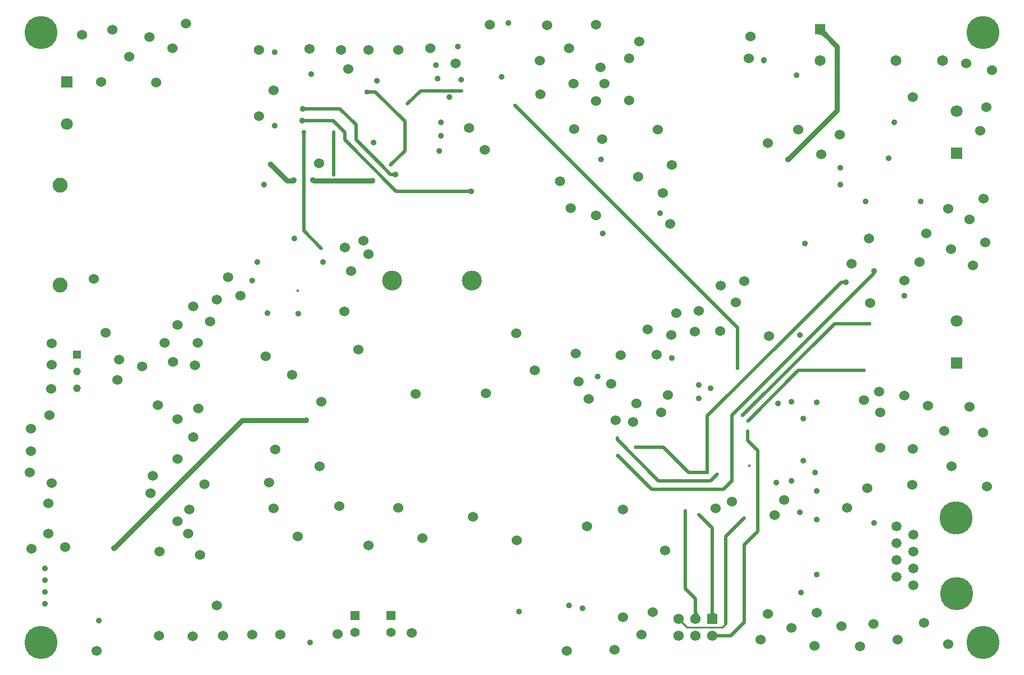
<source format=gbl>
%FSLAX23Y23*%
%MOIN*%
%SFA1B1*%

%IPPOS*%
%ADD13C,0.010000*%
%ADD83R,0.055120X0.055120*%
%ADD84C,0.055120*%
%ADD85R,0.061810X0.061810*%
%ADD86C,0.061810*%
%ADD96C,0.030000*%
%ADD101C,0.008000*%
%ADD102C,0.020000*%
%ADD105R,0.070870X0.070870*%
%ADD106C,0.070870*%
%ADD107C,0.064960*%
%ADD108R,0.064960X0.064960*%
%ADD109C,0.088580*%
%ADD110C,0.059060*%
%ADD111C,0.196850*%
%ADD112R,0.045980X0.045980*%
%ADD113C,0.045980*%
%ADD114C,0.118110*%
%ADD115C,0.035430*%
%ADD116C,0.060000*%
%ADD117C,0.017720*%
%ADD118C,0.023620*%
%ADD119C,0.030000*%
%LNpcb1-1*%
%LPD*%
G36*
X5130Y1357D02*
X5130Y1354D01*
X5130Y1352*
X5131Y1349*
X5131Y1346*
X5132Y1344*
X5134Y1341*
X5135Y1339*
X5137Y1336*
X5139Y1334*
X5141Y1332*
X5098*
X5100Y1334*
X5102Y1336*
X5104Y1339*
X5105Y1341*
X5107Y1344*
X5108Y1346*
X5108Y1349*
X5109Y1352*
X5109Y1354*
X5110Y1357*
X5130*
G37*
G36*
X5230Y1360D02*
X5230Y1356D01*
X5230Y1353*
X5230Y1350*
X5231Y1347*
X5232Y1345*
X5233Y1343*
X5234Y1342*
X5236Y1341*
X5238Y1340*
X5240Y1340*
X5200*
X5201Y1340*
X5203Y1341*
X5205Y1342*
X5206Y1343*
X5207Y1345*
X5208Y1347*
X5209Y1350*
X5209Y1353*
X5209Y1356*
X5210Y1360*
X5230*
G37*
G36*
X2785Y4179D02*
X2784Y4189D01*
X2805*
X2805Y4189*
X2805Y4188*
X2805Y4188*
X2805Y4186*
X2805Y4181*
X2805Y4179*
X2785*
G37*
G36*
X3763Y3861D02*
X3765Y3861D01*
X3770Y3861*
X3771Y3861*
X3772Y3862*
X3773Y3862*
X3774Y3862*
X3775Y3863*
X3776Y3863*
Y3838*
X3775Y3839*
X3774Y3839*
X3773Y3840*
X3772Y3840*
X3771Y3840*
X3770Y3840*
X3767Y3841*
X3763Y3841*
Y3861*
G37*
G36*
X2810Y4260D02*
X2808Y4259D01*
X2803Y4259*
X2801Y4259*
X2800Y4259*
X2799Y4258*
X2798Y4258*
X2798Y4258*
X2797Y4257*
Y4282*
X2798Y4281*
X2798Y4281*
X2799Y4281*
X2800Y4280*
X2801Y4280*
X2803Y4280*
X2806Y4280*
X2810Y4280*
Y4260*
G37*
G36*
X2815Y4330D02*
X2813Y4329D01*
X2808Y4329*
X2806Y4329*
X2805Y4329*
X2804Y4328*
X2803Y4328*
X2803Y4328*
X2802Y4327*
Y4352*
X2803Y4351*
X2803Y4351*
X2804Y4351*
X2805Y4350*
X2806Y4350*
X2808Y4350*
X2811Y4350*
X2815Y4350*
Y4330*
G37*
G36*
X3190Y4430D02*
X3180Y4429D01*
Y4450*
X3180Y4450*
X3181Y4450*
X3181Y4450*
X3183Y4450*
X3188Y4450*
X3190Y4450*
Y4430*
G37*
G36*
X5890Y4758D02*
X5884Y4764D01*
X5872Y4774*
X5868Y4777*
X5863Y4780*
X5859Y4781*
X5856Y4782*
X5852*
X5850Y4781*
X5847Y4780*
X5890Y4822*
X5888Y4820*
X5887Y4817*
Y4814*
X5888Y4810*
X5890Y4806*
X5892Y4802*
X5896Y4797*
X5900Y4792*
X5911Y4780*
X5890Y4758*
G37*
G54D13*
X5070Y1260D02*
X5280D01*
X5300Y1280*
X5020Y1310D02*
X5070Y1260D01*
G54D83*
X3100Y1328D03*
X3311Y1329D03*
G54D84*
X3100Y1230D03*
X3311Y1230D03*
G54D85*
X5220Y1310D03*
G54D86*
X5120Y1310D03*
X5020D03*
X5220Y1210D03*
X5120D03*
X5020D03*
G54D96*
X1670Y1730D02*
X2430Y2490D01*
X2810*
X2696Y3913D02*
X2733D01*
X2735Y3915*
X2600Y4010D02*
X2696Y3913D01*
X2850Y3915D02*
X2851Y3913D01*
X2963*
X5139Y2700D02*
X5140Y2700D01*
X5689Y2599D02*
X5690Y2599D01*
X2963Y3913D02*
X2982D01*
X2982Y3913D02*
X3203D01*
X3227Y4507D02*
X3230Y4510D01*
X5523Y4627D02*
X5525Y4628D01*
X6298Y4258D02*
X6300Y4260D01*
X5837Y2597D02*
X5840Y2600D01*
X5857Y4812D02*
X5960Y4710D01*
Y4330D02*
Y4710D01*
X5670Y4040D02*
X5960Y4330D01*
G54D101*
X3720Y4520D02*
X3727Y4512D01*
X2963Y3913D02*
X2963Y3913D01*
X2982D02*
X2982Y3913D01*
X6260Y4040D02*
X6265Y4045D01*
G54D102*
X5335Y2520D02*
X6177Y3362D01*
X5335Y2130D02*
Y2520D01*
X6177Y3362D02*
Y3377D01*
X5706Y3031D02*
X5985Y3310D01*
X6012*
X5190Y2180D02*
Y2515D01*
X5706Y3031*
X5300Y1280D02*
Y1800D01*
X5120Y1310D02*
Y1430D01*
X5060Y1490D02*
Y1954D01*
Y1490D02*
X5120Y1430D01*
X4900Y2130D02*
X5210D01*
X5250Y2170*
X4655Y2375D02*
X4900Y2130D01*
X5285Y2080D02*
X5335Y2130D01*
X4660Y2280D02*
X4860Y2080D01*
X5285*
X5080Y2180D02*
X5190D01*
X4930Y2330D02*
X5080Y2180D01*
X4765Y2330D02*
X4930D01*
X3105Y4155D02*
X3255Y4005D01*
X3105Y4155D02*
Y4245D01*
X3343Y3851D02*
X3788D01*
X3040Y4155D02*
X3343Y3851D01*
X3040Y4155D02*
Y4200D01*
X3310Y3950D02*
X3340D01*
X3255Y4005D02*
X3310Y3950D01*
Y4005D02*
X3395Y4090D01*
Y4225*
Y4265*
X3010Y4340D02*
X3105Y4245D01*
X2970Y4270D02*
X3040Y4200D01*
X2785Y4270D02*
X2970D01*
X2973Y3947D02*
Y4203D01*
X4655Y2375D02*
Y2385D01*
X5432Y2487D02*
X5729Y2785D01*
X6120*
X5944Y3062D02*
X6152D01*
X5400Y2519D02*
X5944Y3062D01*
X5400Y2520D02*
X5400Y2519D01*
X5430Y2369D02*
Y2425D01*
Y2369D02*
X5490Y2309D01*
X2795Y3615D02*
X2900Y3510D01*
X2795Y3615D02*
Y4200D01*
X3220Y4440D02*
X3395Y4265D01*
X3170Y4440D02*
X3220D01*
X4050Y4360D02*
X5370Y3040D01*
Y2800D02*
Y3040D01*
X3487Y4447D02*
X3732D01*
X2790Y4340D02*
X3010D01*
X5490Y1830D02*
Y2309D01*
X5410Y1750D02*
X5490Y1830D01*
X5410Y1290D02*
Y1750D01*
X5330Y1210D02*
X5410Y1290D01*
X5220Y1210D02*
X5330D01*
X5300Y1800D02*
X5408Y1908D01*
X5220Y1310D02*
Y1850D01*
X5140Y1930D02*
X5220Y1850D01*
X3410Y4370D02*
X3487Y4447D01*
G54D105*
X6670Y4075D03*
X1390Y4500D03*
X6670Y2830D03*
G54D106*
X6670Y4325D03*
X1390Y4250D03*
X6670Y3080D03*
G54D107*
X5857Y4627D03*
X6310D03*
X6586D03*
G54D108*
X5857Y4812D03*
G54D109*
X1350Y3885D03*
Y3294D03*
G54D110*
X6313Y1758D03*
X6413Y1608D03*
X6313Y1658D03*
X6413Y1708D03*
Y1808D03*
X6313Y1858D03*
X6413Y1508D03*
X6313Y1558D03*
G54D111*
X6665Y1910D03*
X6670Y1460D03*
X1235Y4792D03*
Y1170D03*
X6825Y4792D03*
Y1170D03*
G54D112*
X1450Y2880D03*
G54D113*
X1450Y2780D03*
Y2680D03*
G54D114*
X3320Y3320D03*
X3793D03*
G54D115*
X5740Y2997D03*
X5720Y4540D03*
X5525Y4628D03*
X1670Y1730D03*
X3340Y3950D03*
X3660Y4410D03*
X2785Y4270D03*
X2735Y3915D03*
X2850D03*
X2600Y4010D03*
X2810Y2490D03*
X2580Y3125D03*
X2762Y3122D03*
X2520Y3430D03*
X2910D03*
X1580Y1300D03*
X4072Y1352D03*
X5770Y3540D03*
X6012Y3310D03*
X6456Y3790D03*
X6130D03*
X4540Y2750D03*
X5139Y2700D03*
X5690Y2599D03*
X5610Y2589D03*
X5760Y2500D03*
X5139Y2619D03*
X5758Y2251D03*
X5840Y2070D03*
Y1898D03*
X5746Y1466D03*
X2740Y3570D03*
X2490Y3320D03*
X6360Y3230D03*
X6177Y3377D03*
X3600Y4090D03*
X3610Y4180D03*
Y4260D03*
X4010Y4850D03*
X3707Y4710D03*
X3970Y4530D03*
X3727Y4512D03*
X3580Y4600D03*
X3590Y4520D03*
X2560Y3890D03*
X3203Y3913D03*
X2790Y4340D03*
X3227Y4507D03*
X3210Y4140D03*
X3788Y3851D03*
X4570Y3600D03*
X4910Y3720D03*
X4560Y4040D03*
X6298Y4258D03*
X6265Y4045D03*
X5980Y3890D03*
Y3990D03*
X4980Y2860D03*
X5210Y2680D03*
X5837Y2597D03*
X5600Y2120D03*
X5690Y2130D03*
X5828Y2181D03*
X6180Y1880D03*
X5837Y1572D03*
X5738Y1942D03*
X4450Y1374D03*
X4369Y1388D03*
X2831Y1168D03*
X1260Y1400D03*
Y1470D03*
Y1540D03*
Y1610D03*
X2621Y4238D03*
X2837Y4547D03*
X2622Y4677D03*
X5670Y4040D03*
G54D116*
X1175Y2307D03*
X3150Y3555D03*
X3040Y3515D03*
X6360Y2635D03*
X2045Y1890D03*
X2280Y1390D03*
X1565Y1120D03*
X1900Y2160D03*
X1930Y2580D03*
X1592Y4500D03*
X4690Y1960D03*
X4475Y1860D03*
X4060Y1775D03*
X3800Y1915D03*
X3500Y1790D03*
X3355Y1970D03*
X3180Y1745D03*
X3005Y1980D03*
X2890Y2215D03*
X2760Y1800D03*
X2615Y1965D03*
X2590Y2120D03*
X2625Y2315D03*
X4165Y2785D03*
X4055Y3005D03*
X3875Y2650D03*
X3460Y2645D03*
X3120Y2910D03*
X3035Y3135D03*
X2900Y2600D03*
X2725Y2760D03*
X2570Y2870D03*
X4645Y2490D03*
X4485Y2615D03*
X4980Y4005D03*
X4380Y3750D03*
X4400Y4220D03*
X4315Y3910D03*
X4780Y3935D03*
X4895Y4215D03*
X4530Y3705D03*
X4970Y3655D03*
X4925Y3840D03*
X4565Y4160D03*
X2205Y2110D03*
X2110Y1815D03*
X2115Y1960D03*
X1885Y2055D03*
X2045Y2260D03*
X2140Y2390D03*
X2170Y2560D03*
X2045Y2495D03*
X2095Y4845D03*
X1480Y4780D03*
X1760Y4650D03*
X1660Y4810D03*
X1880Y4765D03*
X2015Y4700D03*
X1920Y4495D03*
X2530Y4295D03*
X2885Y4015D03*
X3075Y3375D03*
X3180Y3475D03*
X3870Y4095D03*
X3775Y4225D03*
X3060Y4575D03*
X2615Y4450D03*
X2530Y4690D03*
X2830Y4695D03*
X3015Y4690D03*
X3180D03*
X3355D03*
X3545Y4700D03*
X3695Y4610D03*
X3900Y4840D03*
X4240Y4835D03*
X4530Y4840D03*
X4370Y4700D03*
X4195Y4625D03*
X4200Y4425D03*
X4395Y4490D03*
X4530Y4385D03*
X4555Y4585D03*
X4725Y4390D03*
Y4640D03*
X4785Y4740D03*
X5435Y4640D03*
X5445Y4770D03*
X6810Y4210D03*
X6845Y4350D03*
X6880Y4570D03*
X6725Y4610D03*
X5550Y4135D03*
X5730Y4215D03*
X6410Y4410D03*
X5975Y4185D03*
X5865Y4070D03*
X6745Y2570D03*
X6825Y2415D03*
X6850Y2095D03*
X6640Y2215D03*
X6405Y2105D03*
X6410Y2320D03*
X6140Y2085D03*
X6215Y2325D03*
X6500Y2575D03*
X6595Y2425D03*
X6215Y2535D03*
X6120Y2610D03*
X6765Y3410D03*
X6840Y3545D03*
X6635Y3505D03*
X6746Y3682D03*
X6830Y3805D03*
X6620Y3745D03*
X6490Y3600D03*
X6450Y3430D03*
X6360Y3320D03*
X6155Y3185D03*
X6150Y3570D03*
X6045Y3420D03*
X5410Y3315D03*
X5555Y2990D03*
X5360Y3190D03*
X5270Y3290D03*
X4750Y2480D03*
X4770Y2590D03*
X4620Y2705D03*
X4425Y2720D03*
X4410Y2885D03*
X4675Y2875D03*
X4835Y3030D03*
X5005Y3125D03*
X5140Y3140D03*
X5265Y3020D03*
X5115Y3015D03*
X4975Y2995D03*
X4890Y2880D03*
X4955Y2640D03*
X4915Y2535D03*
X4940Y1715D03*
X5240Y1965D03*
X5335Y2005D03*
X5645Y2015D03*
X5590Y1925D03*
X6620Y1160D03*
X6475Y1285D03*
X6320Y1185D03*
X6095Y1145D03*
X6175Y1280D03*
X5985Y1265D03*
X5825Y1150D03*
X5840Y1345D03*
X5690Y1255D03*
X5505Y1185D03*
X5550Y1340D03*
X4865Y1350D03*
X4800Y1215D03*
X4640Y1125D03*
X4690Y1320D03*
X4355Y1120D03*
X3435Y1225D03*
X2995Y1220D03*
X2655Y1215D03*
X2490D03*
X2315Y1210D03*
X2135Y1205D03*
X1935Y1210D03*
X1180Y1725D03*
X1380Y1735D03*
X1280Y1995D03*
X1175Y2440D03*
X1170Y2180D03*
X1300Y2115D03*
X1285Y2520D03*
X1295Y2675D03*
X1300Y2820D03*
Y2945D03*
X1835Y2810D03*
X2020Y2835D03*
X2150Y2815D03*
X1970Y2950D03*
X2165D03*
X2045Y3055D03*
X2240Y3075D03*
X2140Y3165D03*
X2420Y3230D03*
X2345Y3340D03*
X2280Y3205D03*
X1940Y1709D03*
X1620Y3010D03*
X1688Y2731D03*
X6210Y2660D03*
X4580Y4490D03*
X6020Y1970D03*
X2180Y1690D03*
X1277Y1817D03*
X1697Y2848D03*
X1550Y3330D03*
G54D117*
X2973Y4203D03*
X3310Y4005D03*
X4655Y2385D03*
X5430Y2425D03*
X5440Y2220D03*
X2973Y3947D03*
X3395Y4225D03*
X2760Y3260D03*
X5408Y1908D03*
X5060Y1954D03*
X5140Y1930D03*
X5250Y2170D03*
X2900Y3510D03*
X3410Y4370D03*
X3732Y4447D03*
G54D118*
X4660Y2280D03*
X6120Y2785D03*
X6152Y3062D03*
X4765Y2330D03*
X5400Y2520D03*
X5432Y2487D03*
X5190Y2180D03*
X5335Y2130D03*
X4050Y4360D03*
X5370Y2800D03*
G54D119*
X2795Y4200D03*
X3170Y4440D03*
M02*
</source>
